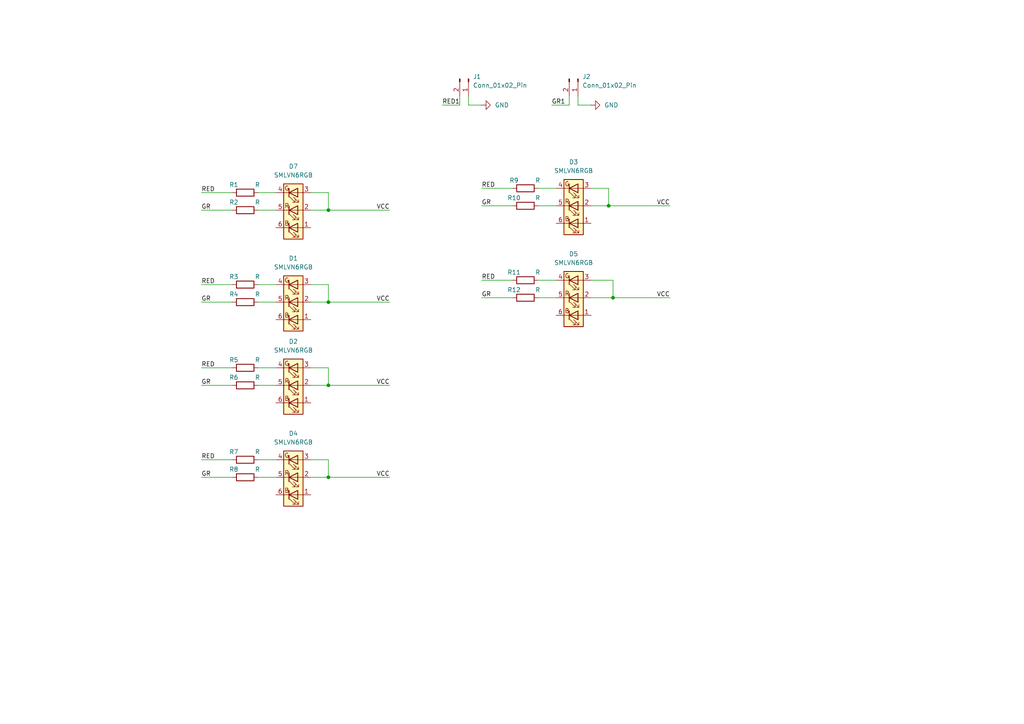
<source format=kicad_sch>
(kicad_sch (version 20231120) (generator "eeschema") (generator_version "8.0")
  (paper "A4")
  (lib_symbols
    (symbol "Connector:Conn_01x02_Pin" (pin_names (offset 1.016) hide)
      (property "Reference" "J" (at 0 2.54 0))
      (property "Value" "Conn_01x02_Pin" (at 0 -5.08 0))
      (symbol "Conn_01x02_Pin_1_1"
        (polyline (pts (xy 1.27 -2.54) (xy 0.8636 -2.54)) (stroke (width 0.1524)))
        (polyline (pts (xy 1.27 0) (xy 0.8636 0)) (stroke (width 0.1524)))
        (rectangle (start 0.8636 -2.413) (end 0 -2.667) (stroke (width 0.1524)) (fill (type outline)))
        (rectangle (start 0.8636 0.127) (end 0 -0.127) (stroke (width 0.1524)) (fill (type outline)))
        (pin passive line (at 5.08 0 180) (length 3.81) (name "Pin_1") (number "1"))
        (pin passive line (at 5.08 -2.54 180) (length 3.81) (name "Pin_2") (number "2"))
      )
    )
    (symbol "Device:R" (pin_numbers hide) (pin_names (offset 0))
      (property "Reference" "R" (at 2.032 0 90))
      (property "Value" "R" (at 0 0 90))
      (symbol "R_0_1"
        (rectangle (start -1.016 -2.54) (end 1.016 2.54) (stroke (width 0.254)))
      )
      (symbol "R_1_1"
        (pin passive line (at 0 3.81 270) (length 1.27) (name "~") (number "1"))
        (pin passive line (at 0 -3.81 90) (length 1.27) (name "~") (number "2"))
      )
    )
    (symbol "LED:SMLVN6RGB" (pin_names (offset 0) hide)
      (property "Reference" "D" (at 0 12.7 0))
      (property "Value" "SMLVN6RGB" (at 0 10.16 0))
      (symbol "SMLVN6RGB_0_0"
        (text "B" (at 1.905 3.81 0) (effects (font (size 1.27 1.27))))
        (text "G" (at 1.905 -6.35 0) (effects (font (size 1.27 1.27))))
        (text "R" (at 1.905 -1.27 0) (effects (font (size 1.27 1.27))))
      )
      (symbol "SMLVN6RGB_0_1"
        (rectangle (start -2.794 8.382) (end 2.794 -7.62) (stroke (width 0.254)) (fill (type background)))
        (rectangle (start -1.27 -1.27) (end -1.27 1.27))
        (rectangle (start -1.27 1.27) (end -1.27 1.27))
        (rectangle (start -1.27 3.81) (end -1.27 6.35))
        (rectangle (start -1.27 6.35) (end -1.27 6.35))
        (polyline (pts (xy -1.27 -5.08) (xy -2.54 -5.08)))
        (polyline (pts (xy -1.27 0) (xy -2.54 0)))
        (polyline (pts (xy -1.27 0) (xy 1.27 0)))
        (polyline (pts (xy -1.27 5.08) (xy -2.54 5.08)))
        (polyline (pts (xy 1.27 -5.08) (xy -1.27 -5.08)))
        (polyline (pts (xy 1.27 -5.08) (xy 2.54 -5.08)))
        (polyline (pts (xy 1.27 -3.81) (xy 1.27 -6.35)) (stroke (width 0.254)))
        (polyline (pts (xy 1.27 0) (xy 2.54 0)))
        (polyline (pts (xy 1.27 1.27) (xy 1.27 -1.27)) (stroke (width 0.254)))
        (polyline (pts (xy 1.27 5.08) (xy -1.27 5.08)))
        (polyline (pts (xy 1.27 5.08) (xy 2.54 5.08)))
        (polyline (pts (xy 1.27 6.35) (xy 1.27 3.81)) (stroke (width 0.254)))
        (polyline (pts (xy 1.27 1.27) (xy 1.27 -1.27) (xy 1.27 -1.27)))
        (polyline (pts (xy 1.27 6.35) (xy 1.27 3.81) (xy 1.27 3.81)))
        (polyline (pts (xy -1.27 -3.81) (xy -1.27 -6.35) (xy 1.27 -5.08) (xy -1.27 -3.81)) (stroke (width 0.254)))
        (polyline (pts (xy -1.27 1.27) (xy -1.27 -1.27) (xy 1.27 0) (xy -1.27 1.27)) (stroke (width 0.254)))
        (polyline (pts (xy -1.27 6.35) (xy -1.27 3.81) (xy 1.27 5.08) (xy -1.27 6.35)) (stroke (width 0.254)))
        (polyline (pts (xy 0 -3.81) (xy -1.524 -2.286) (xy -0.762 -2.286) (xy -1.524 -2.286) (xy -1.524 -3.048)))
        (polyline (pts (xy 0 1.27) (xy -1.524 2.794) (xy -0.762 2.794) (xy -1.524 2.794) (xy -1.524 2.032)))
        (polyline (pts (xy 0 6.35) (xy -1.524 7.874) (xy -0.762 7.874) (xy -1.524 7.874) (xy -1.524 7.112)))
        (polyline (pts (xy 1.016 -3.81) (xy -0.508 -2.286) (xy 0.254 -2.286) (xy -0.508 -2.286) (xy -0.508 -3.048)))
        (polyline (pts (xy 1.016 1.27) (xy -0.508 2.794) (xy 0.254 2.794) (xy -0.508 2.794) (xy -0.508 2.032)))
        (polyline (pts (xy 1.016 6.35) (xy -0.508 7.874) (xy 0.254 7.874) (xy -0.508 7.874) (xy -0.508 7.112)))
      )
      (symbol "SMLVN6RGB_1_1"
        (pin passive line (at -5.08 5.08 0) (length 2.54) (name "BA") (number "1"))
        (pin passive line (at -5.08 0 0) (length 2.54) (name "RA") (number "2"))
        (pin passive line (at -5.08 -5.08 0) (length 2.54) (name "GA") (number "3"))
        (pin passive line (at 5.08 -5.08 180) (length 2.54) (name "GK") (number "4"))
        (pin passive line (at 5.08 0 180) (length 2.54) (name "RK") (number "5"))
        (pin passive line (at 5.08 5.08 180) (length 2.54) (name "BK") (number "6"))
      )
    )
    (symbol "power:GND" (power) (pin_numbers hide) (pin_names (offset 0) hide)
      (property "Value" "GND" (at 0 -3.81 0))
      (symbol "GND_0_1"
        (polyline (pts (xy 0 0) (xy 0 -1.27) (xy 1.27 -1.27) (xy 0 -2.54) (xy -1.27 -1.27) (xy 0 -1.27)))
      )
      (symbol "GND_1_1"
        (pin power_in line (at 0 0 270) (length 0) (name "~") (number "1"))
      )
    )
  )
  (junction (at 176.53 59.69))
  (junction (at 95.25 87.63))
  (junction (at 177.8 86.36))
  (junction (at 95.25 138.43))
  (junction (at 95.25 111.76))
  (junction (at 95.25 60.96))
  (wire (pts (xy 58.42 55.88) (xy 67.31 55.88)))
  (wire (pts (xy 90.17 111.76) (xy 95.25 111.76)))
  (wire (pts (xy 160.02 30.48) (xy 165.1 30.48)))
  (wire (pts (xy 74.93 133.35) (xy 80.01 133.35)))
  (wire (pts (xy 128.27 30.48) (xy 133.35 30.48)))
  (wire (pts (xy 156.21 81.28) (xy 161.29 81.28)))
  (wire (pts (xy 58.42 60.96) (xy 67.31 60.96)))
  (wire (pts (xy 95.25 60.96) (xy 113.03 60.96)))
  (wire (pts (xy 74.93 60.96) (xy 80.01 60.96)))
  (wire (pts (xy 95.25 87.63) (xy 113.03 87.63)))
  (wire (pts (xy 95.25 133.35) (xy 95.25 138.43)))
  (wire (pts (xy 171.45 81.28) (xy 177.8 81.28)))
  (wire (pts (xy 156.21 59.69) (xy 161.29 59.69)))
  (wire (pts (xy 156.21 54.61) (xy 161.29 54.61)))
  (wire (pts (xy 156.21 86.36) (xy 161.29 86.36)))
  (wire (pts (xy 58.42 133.35) (xy 67.31 133.35)))
  (wire (pts (xy 90.17 106.68) (xy 95.25 106.68)))
  (wire (pts (xy 135.89 30.48) (xy 139.7 30.48)))
  (wire (pts (xy 139.7 81.28) (xy 148.59 81.28)))
  (wire (pts (xy 165.1 27.94) (xy 165.1 30.48)))
  (wire (pts (xy 58.42 138.43) (xy 67.31 138.43)))
  (wire (pts (xy 176.53 59.69) (xy 194.31 59.69)))
  (wire (pts (xy 74.93 111.76) (xy 80.01 111.76)))
  (wire (pts (xy 90.17 133.35) (xy 95.25 133.35)))
  (wire (pts (xy 95.25 60.96) (xy 95.25 55.88)))
  (wire (pts (xy 167.64 27.94) (xy 167.64 30.48)))
  (wire (pts (xy 58.42 106.68) (xy 67.31 106.68)))
  (wire (pts (xy 139.7 54.61) (xy 148.59 54.61)))
  (wire (pts (xy 90.17 82.55) (xy 95.25 82.55)))
  (wire (pts (xy 176.53 54.61) (xy 176.53 59.69)))
  (wire (pts (xy 90.17 87.63) (xy 95.25 87.63)))
  (wire (pts (xy 58.42 82.55) (xy 67.31 82.55)))
  (wire (pts (xy 74.93 87.63) (xy 80.01 87.63)))
  (wire (pts (xy 171.45 59.69) (xy 176.53 59.69)))
  (wire (pts (xy 177.8 81.28) (xy 177.8 86.36)))
  (wire (pts (xy 74.93 82.55) (xy 80.01 82.55)))
  (wire (pts (xy 74.93 106.68) (xy 80.01 106.68)))
  (wire (pts (xy 171.45 54.61) (xy 176.53 54.61)))
  (wire (pts (xy 95.25 82.55) (xy 95.25 87.63)))
  (wire (pts (xy 171.45 86.36) (xy 177.8 86.36)))
  (wire (pts (xy 139.7 59.69) (xy 148.59 59.69)))
  (wire (pts (xy 95.25 55.88) (xy 90.17 55.88)))
  (wire (pts (xy 135.89 27.94) (xy 135.89 30.48)))
  (wire (pts (xy 95.25 111.76) (xy 113.03 111.76)))
  (wire (pts (xy 74.93 55.88) (xy 80.01 55.88)))
  (wire (pts (xy 95.25 106.68) (xy 95.25 111.76)))
  (wire (pts (xy 95.25 138.43) (xy 113.03 138.43)))
  (wire (pts (xy 58.42 111.76) (xy 67.31 111.76)))
  (wire (pts (xy 167.64 30.48) (xy 171.45 30.48)))
  (wire (pts (xy 177.8 86.36) (xy 194.31 86.36)))
  (wire (pts (xy 90.17 138.43) (xy 95.25 138.43)))
  (wire (pts (xy 90.17 60.96) (xy 95.25 60.96)))
  (wire (pts (xy 139.7 86.36) (xy 148.59 86.36)))
  (wire (pts (xy 74.93 138.43) (xy 80.01 138.43)))
  (wire (pts (xy 133.35 27.94) (xy 133.35 30.48)))
  (wire (pts (xy 58.42 87.63) (xy 67.31 87.63)))
  (label "GR" (at 139.7 86.36 0))
  (label "GR" (at 58.42 87.63 0))
  (label "GR" (at 58.42 138.43 0))
  (label "GR" (at 58.42 111.76 0))
  (label "RED" (at 58.42 55.88 0))
  (label "RED" (at 139.7 81.28 0))
  (label "VCC" (at 113.03 87.63 180))
  (label "RED" (at 58.42 82.55 0))
  (label "RED" (at 58.42 133.35 0))
  (label "VCC" (at 194.31 59.69 180))
  (label "VCC" (at 194.31 86.36 180))
  (label "VCC" (at 113.03 111.76 180))
  (label "RED" (at 58.42 106.68 0))
  (label "GR" (at 139.7 59.69 0))
  (label "GR" (at 58.42 60.96 0))
  (label "VCC" (at 113.03 60.96 180))
  (label "RED1" (at 128.27 30.48 0))
  (label "GR1" (at 160.02 30.48 0))
  (label "RED" (at 139.7 54.61 0))
  (label "VCC" (at 113.03 138.43 180))
  (symbol (lib_id "Device:R") (at 152.4 81.28 90) (unit 1)
    (property "Reference" "R11" (at 149.098 78.994 90))
    (property "Value" "R" (at 155.956 78.994 90))
    (property "Footprint" "Resistor_SMD:R_0805_2012Metric_Pad1.20x1.40mm_HandSolder" (effects (hide yes)))
    (property "Description" "Resistor" (effects (hide yes)))
  )
  (symbol (lib_id "power:GND") (at 171.45 30.48 90) (unit 1)
    (property "Reference" "#PWR02" (effects (hide yes)))
    (property "Value" "GND" (at 175.26 30.4799 90) (effects (justify right)))
    (property "Description" "Power symbol creates a global label with name \"GND\" , ground" (effects (hide yes)))
  )
  (symbol (lib_id "Connector:Conn_01x02_Pin") (at 167.64 22.86 270) (unit 1)
    (property "Reference" "J2" (at 168.91 22.2249 90) (effects (justify left)))
    (property "Value" "Conn_01x02_Pin" (at 168.91 24.7649 90) (effects (justify left)))
    (property "Footprint" "Connector_PinHeader_2.54mm:PinHeader_1x02_P2.54mm_Vertical" (effects (hide yes)))
    (property "Description" "Generic connector, single row, 01x02, script generated" (effects (hide yes)))
  )
  (symbol (lib_id "Device:R") (at 152.4 86.36 90) (unit 1)
    (property "Reference" "R12" (at 149.098 84.074 90))
    (property "Value" "R" (at 155.956 84.074 90))
    (property "Footprint" "Resistor_SMD:R_0805_2012Metric_Pad1.20x1.40mm_HandSolder" (effects (hide yes)))
    (property "Description" "Resistor" (effects (hide yes)))
  )
  (symbol (lib_id "power:GND") (at 139.7 30.48 90) (unit 1)
    (property "Reference" "#PWR01" (effects (hide yes)))
    (property "Value" "GND" (at 143.51 30.4799 90) (effects (justify right)))
    (property "Description" "Power symbol creates a global label with name \"GND\" , ground" (effects (hide yes)))
  )
  (symbol (lib_id "LED:SMLVN6RGB") (at 85.09 87.63 180) (unit 1)
    (property "Reference" "D1" (at 85.09 74.93 0))
    (property "Value" "SMLVN6RGB" (at 85.09 77.47 0))
    (property "Footprint" "LED_SMD:LED_RGB_5050-6" (effects (hide yes)))
    (property "Datasheet" "https://www.rohm.com/datasheet/SMLVN6RGB1U" (effects (hide yes)))
    (property "Description" "High Brightness Tri-Color LED, RGB, 3.5x2.8mm" (effects (hide yes)))
  )
  (symbol (lib_id "Device:R") (at 71.12 133.35 90) (unit 1)
    (property "Reference" "R7" (at 67.818 131.064 90))
    (property "Value" "R" (at 74.676 131.064 90))
    (property "Footprint" "Resistor_SMD:R_0805_2012Metric_Pad1.20x1.40mm_HandSolder" (effects (hide yes)))
    (property "Description" "Resistor" (effects (hide yes)))
  )
  (symbol (lib_id "LED:SMLVN6RGB") (at 85.09 60.96 180) (unit 1)
    (property "Reference" "D7" (at 85.09 48.26 0))
    (property "Value" "SMLVN6RGB" (at 85.09 50.8 0))
    (property "Footprint" "LED_SMD:LED_RGB_5050-6" (effects (hide yes)))
    (property "Datasheet" "https://www.rohm.com/datasheet/SMLVN6RGB1U" (effects (hide yes)))
    (property "Description" "High Brightness Tri-Color LED, RGB, 3.5x2.8mm" (effects (hide yes)))
  )
  (symbol (lib_id "Device:R") (at 71.12 106.68 90) (unit 1)
    (property "Reference" "R5" (at 67.818 104.394 90))
    (property "Value" "R" (at 74.676 104.394 90))
    (property "Footprint" "Resistor_SMD:R_0805_2012Metric_Pad1.20x1.40mm_HandSolder" (effects (hide yes)))
    (property "Description" "Resistor" (effects (hide yes)))
  )
  (symbol (lib_id "Connector:Conn_01x02_Pin") (at 135.89 22.86 270) (unit 1)
    (property "Reference" "J1" (at 137.16 22.2249 90) (effects (justify left)))
    (property "Value" "Conn_01x02_Pin" (at 137.16 24.7649 90) (effects (justify left)))
    (property "Footprint" "Connector_PinHeader_2.54mm:PinHeader_1x02_P2.54mm_Vertical" (effects (hide yes)))
    (property "Description" "Generic connector, single row, 01x02, script generated" (effects (hide yes)))
  )
  (symbol (lib_id "LED:SMLVN6RGB") (at 166.37 59.69 180) (unit 1)
    (property "Reference" "D3" (at 166.37 46.99 0))
    (property "Value" "SMLVN6RGB" (at 166.37 49.53 0))
    (property "Footprint" "LED_SMD:LED_RGB_5050-6" (effects (hide yes)))
    (property "Datasheet" "https://www.rohm.com/datasheet/SMLVN6RGB1U" (effects (hide yes)))
    (property "Description" "High Brightness Tri-Color LED, RGB, 3.5x2.8mm" (effects (hide yes)))
  )
  (symbol (lib_id "Device:R") (at 71.12 55.88 90) (unit 1)
    (property "Reference" "R1" (at 67.818 53.594 90))
    (property "Value" "R" (at 74.676 53.594 90))
    (property "Footprint" "Resistor_SMD:R_0805_2012Metric_Pad1.20x1.40mm_HandSolder" (effects (hide yes)))
    (property "Description" "Resistor" (effects (hide yes)))
  )
  (symbol (lib_id "Device:R") (at 71.12 87.63 90) (unit 1)
    (property "Reference" "R4" (at 67.818 85.344 90))
    (property "Value" "R" (at 74.676 85.344 90))
    (property "Footprint" "Resistor_SMD:R_0805_2012Metric_Pad1.20x1.40mm_HandSolder" (effects (hide yes)))
    (property "Description" "Resistor" (effects (hide yes)))
  )
  (symbol (lib_id "Device:R") (at 152.4 59.69 90) (unit 1)
    (property "Reference" "R10" (at 149.098 57.404 90))
    (property "Value" "R" (at 155.956 57.404 90))
    (property "Footprint" "Resistor_SMD:R_0805_2012Metric_Pad1.20x1.40mm_HandSolder" (effects (hide yes)))
    (property "Description" "Resistor" (effects (hide yes)))
  )
  (symbol (lib_id "Device:R") (at 71.12 111.76 90) (unit 1)
    (property "Reference" "R6" (at 67.818 109.474 90))
    (property "Value" "R" (at 74.676 109.474 90))
    (property "Footprint" "Resistor_SMD:R_0805_2012Metric_Pad1.20x1.40mm_HandSolder" (effects (hide yes)))
    (property "Description" "Resistor" (effects (hide yes)))
  )
  (symbol (lib_id "Device:R") (at 71.12 60.96 90) (unit 1)
    (property "Reference" "R2" (at 67.818 58.674 90))
    (property "Value" "R" (at 74.676 58.674 90))
    (property "Footprint" "Resistor_SMD:R_0805_2012Metric_Pad1.20x1.40mm_HandSolder" (effects (hide yes)))
    (property "Description" "Resistor" (effects (hide yes)))
  )
  (symbol (lib_id "LED:SMLVN6RGB") (at 85.09 111.76 180) (unit 1)
    (property "Reference" "D2" (at 85.09 99.06 0))
    (property "Value" "SMLVN6RGB" (at 85.09 101.6 0))
    (property "Footprint" "LED_SMD:LED_RGB_5050-6" (effects (hide yes)))
    (property "Datasheet" "https://www.rohm.com/datasheet/SMLVN6RGB1U" (effects (hide yes)))
    (property "Description" "High Brightness Tri-Color LED, RGB, 3.5x2.8mm" (effects (hide yes)))
  )
  (symbol (lib_id "Device:R") (at 71.12 138.43 90) (unit 1)
    (property "Reference" "R8" (at 67.818 136.144 90))
    (property "Value" "R" (at 74.676 136.144 90))
    (property "Footprint" "Resistor_SMD:R_0805_2012Metric_Pad1.20x1.40mm_HandSolder" (effects (hide yes)))
    (property "Description" "Resistor" (effects (hide yes)))
  )
  (symbol (lib_id "LED:SMLVN6RGB") (at 166.37 86.36 180) (unit 1)
    (property "Reference" "D5" (at 166.37 73.66 0))
    (property "Value" "SMLVN6RGB" (at 166.37 76.2 0))
    (property "Footprint" "LED_SMD:LED_RGB_5050-6" (effects (hide yes)))
    (property "Datasheet" "https://www.rohm.com/datasheet/SMLVN6RGB1U" (effects (hide yes)))
    (property "Description" "High Brightness Tri-Color LED, RGB, 3.5x2.8mm" (effects (hide yes)))
  )
  (symbol (lib_id "LED:SMLVN6RGB") (at 85.09 138.43 180) (unit 1)
    (property "Reference" "D4" (at 85.09 125.73 0))
    (property "Value" "SMLVN6RGB" (at 85.09 128.27 0))
    (property "Footprint" "LED_SMD:LED_RGB_5050-6" (effects (hide yes)))
    (property "Datasheet" "https://www.rohm.com/datasheet/SMLVN6RGB1U" (effects (hide yes)))
    (property "Description" "High Brightness Tri-Color LED, RGB, 3.5x2.8mm" (effects (hide yes)))
  )
  (symbol (lib_id "Device:R") (at 152.4 54.61 90) (unit 1)
    (property "Reference" "R9" (at 149.098 52.324 90))
    (property "Value" "R" (at 155.956 52.324 90))
    (property "Footprint" "Resistor_SMD:R_0805_2012Metric_Pad1.20x1.40mm_HandSolder" (effects (hide yes)))
    (property "Description" "Resistor" (effects (hide yes)))
  )
  (symbol (lib_id "Device:R") (at 71.12 82.55 90) (unit 1)
    (property "Reference" "R3" (at 67.818 80.264 90))
    (property "Value" "R" (at 74.676 80.264 90))
    (property "Footprint" "Resistor_SMD:R_0805_2012Metric_Pad1.20x1.40mm_HandSolder" (effects (hide yes)))
    (property "Description" "Resistor" (effects (hide yes)))
  )
)
</source>
